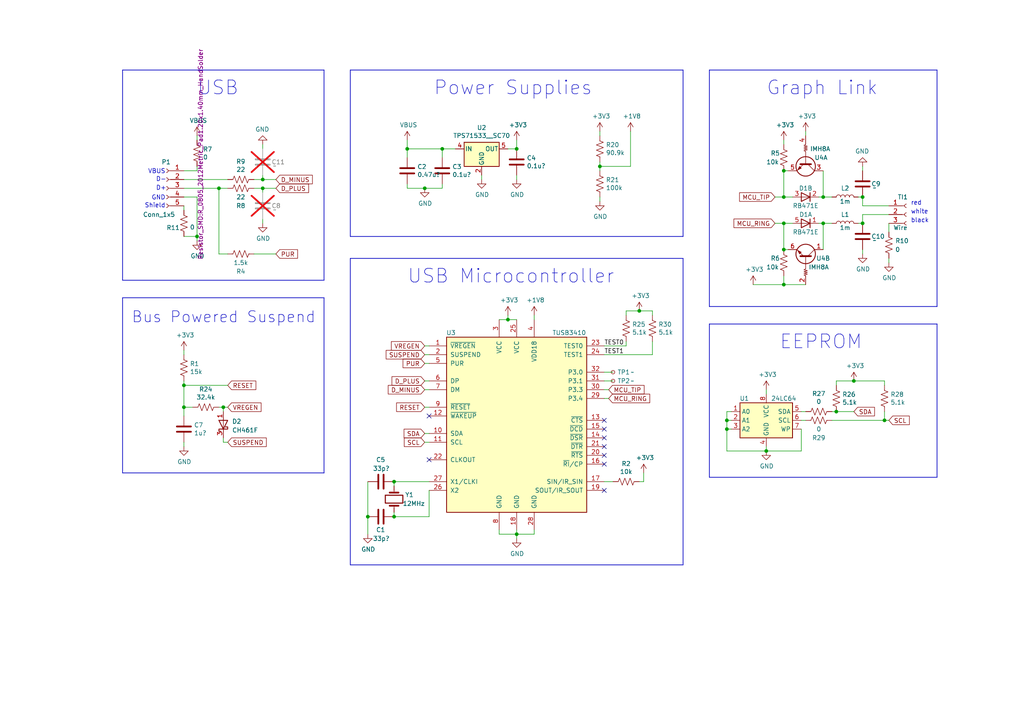
<source format=kicad_sch>
(kicad_sch (version 20230121) (generator eeschema)
  (paper "A4")
  (title_block (title "TI Silver Graph Link \"B\"") (date "2024-Feb-25") (rev "3"))
  (lib_symbols
    (symbol "Connector:Conn_01x03_Female" (pin_names (offset 1.016) hide)
      (property "Reference" "J" (at 0 5.08 0))
      (property "Value" "Connector_Conn_01x03_Female" (at 0 -5.08 0))
      (symbol "Conn_01x03_Female_1_1"
        (arc (start 0 -2.032) (mid -0.5058 -2.54) (end 0 -3.048) (stroke (width 0.1524)))
        (polyline (pts (xy -1.27 -2.54) (xy -0.508 -2.54)) (stroke (width 0.1524)))
        (polyline (pts (xy -1.27 0) (xy -0.508 0)) (stroke (width 0.1524)))
        (polyline (pts (xy -1.27 2.54) (xy -0.508 2.54)) (stroke (width 0.1524)))
        (arc (start 0 0.508) (mid -0.5058 0) (end 0 -0.508) (stroke (width 0.1524)))
        (arc (start 0 3.048) (mid -0.5058 2.54) (end 0 2.032) (stroke (width 0.1524)))
        (pin passive line (at -5.08 2.54 0) (length 3.81) (name "Pin_1") (number "1"))
        (pin passive line (at -5.08 0 0) (length 3.81) (name "Pin_2") (number "2"))
        (pin passive line (at -5.08 -2.54 0) (length 3.81) (name "Pin_3") (number "3"))
      )
    )
    (symbol "Connector:Conn_01x05_Female" (pin_names (offset 1.016) hide)
      (property "Reference" "J" (at 0 7.62 0))
      (property "Value" "Connector_Conn_01x05_Female" (at 0 -7.62 0))
      (symbol "Conn_01x05_Female_1_1"
        (arc (start 0 -4.572) (mid -0.5058 -5.08) (end 0 -5.588) (stroke (width 0.1524)))
        (arc (start 0 -2.032) (mid -0.5058 -2.54) (end 0 -3.048) (stroke (width 0.1524)))
        (polyline (pts (xy -1.27 -5.08) (xy -0.508 -5.08)) (stroke (width 0.1524)))
        (polyline (pts (xy -1.27 -2.54) (xy -0.508 -2.54)) (stroke (width 0.1524)))
        (polyline (pts (xy -1.27 0) (xy -0.508 0)) (stroke (width 0.1524)))
        (polyline (pts (xy -1.27 2.54) (xy -0.508 2.54)) (stroke (width 0.1524)))
        (polyline (pts (xy -1.27 5.08) (xy -0.508 5.08)) (stroke (width 0.1524)))
        (arc (start 0 0.508) (mid -0.5058 0) (end 0 -0.508) (stroke (width 0.1524)))
        (arc (start 0 3.048) (mid -0.5058 2.54) (end 0 2.032) (stroke (width 0.1524)))
        (arc (start 0 5.588) (mid -0.5058 5.08) (end 0 4.572) (stroke (width 0.1524)))
        (pin passive line (at -5.08 5.08 0) (length 3.81) (name "Pin_1") (number "1"))
        (pin passive line (at -5.08 2.54 0) (length 3.81) (name "Pin_2") (number "2"))
        (pin passive line (at -5.08 0 0) (length 3.81) (name "Pin_3") (number "3"))
        (pin passive line (at -5.08 -2.54 0) (length 3.81) (name "Pin_4") (number "4"))
        (pin passive line (at -5.08 -5.08 0) (length 3.81) (name "Pin_5") (number "5"))
      )
    )
    (symbol "Connector:TestPoint_Small" (pin_numbers hide) (pin_names (offset 0.762) hide)
      (property "Reference" "TP" (at 0 3.81 0))
      (property "Value" "TestPoint_Small" (at 0 2.032 0))
      (symbol "TestPoint_Small_0_1"
        (circle (center 0 0) (radius 0.508))
      )
      (symbol "TestPoint_Small_1_1"
        (pin passive line (at 0 0 90) (length 0) (name "1") (number "1"))
      )
    )
    (symbol "Device:C" (pin_numbers hide) (pin_names (offset 0.254))
      (property "Reference" "C" (at 0.635 2.54 0))
      (property "Value" "C" (at 0.635 -2.54 0))
      (symbol "C_0_1"
        (polyline (pts (xy -2.032 -0.762) (xy 2.032 -0.762)) (stroke (width 0.508)))
        (polyline (pts (xy -2.032 0.762) (xy 2.032 0.762)) (stroke (width 0.508)))
      )
      (symbol "C_1_1"
        (pin passive line (at 0 3.81 270) (length 2.794) (name "~") (number "1"))
        (pin passive line (at 0 -3.81 90) (length 2.794) (name "~") (number "2"))
      )
    )
    (symbol "Device:Crystal" (pin_numbers hide) (pin_names (offset 1.016) hide)
      (property "Reference" "Y" (at 0 3.81 0))
      (property "Value" "Crystal" (at 0 -3.81 0))
      (symbol "Crystal_0_1"
        (rectangle (start -1.143 2.54) (end 1.143 -2.54) (stroke (width 0.3048)))
        (polyline (pts (xy -2.54 0) (xy -1.905 0)))
        (polyline (pts (xy -1.905 -1.27) (xy -1.905 1.27)) (stroke (width 0.508)))
        (polyline (pts (xy 1.905 -1.27) (xy 1.905 1.27)) (stroke (width 0.508)))
        (polyline (pts (xy 2.54 0) (xy 1.905 0)))
      )
      (symbol "Crystal_1_1"
        (pin passive line (at -3.81 0 0) (length 1.27) (name "1") (number "1"))
        (pin passive line (at 3.81 0 180) (length 1.27) (name "2") (number "2"))
      )
    )
    (symbol "Device:IMH8A" (pin_names hide)
      (property "Reference" "U" (at 3.81 1.27 0))
      (property "Value" "Device_IMH8A" (at 3.81 -1.27 0))
      (symbol "IMH8A_0_1"
        (polyline (pts (xy -0.762 0) (xy -4.318 0)))
        (polyline (pts (xy -0.635 1.524) (xy -0.635 -1.524)) (stroke (width 0.508)))
        (polyline (pts (xy -6.35 0) (xy -6.096 -0.508) (xy -5.842 0.508) (xy -5.588 -0.508) (xy -5.334 0.508) (xy -5.08 -0.508) (xy -4.826 0.508) (xy -4.572 -0.508) (xy -4.318 0)))
      )
      (symbol "IMH8A_1_1"
        (polyline (pts (xy -0.635 0.635) (xy 1.27 2.54)))
        (polyline (pts (xy -0.635 -0.635) (xy 1.27 -2.54) (xy 1.27 -2.54)))
        (polyline (pts (xy 0 -1.778) (xy 0.508 -1.27) (xy 1.016 -2.286) (xy 0 -1.778) (xy 0 -1.778)) (fill (type outline)))
        (circle (center 0 0) (radius 2.8194) (stroke (width 0.254)))
        (pin passive line (at 1.27 5.08 270) (length 2.54) (name "C1") (number "3"))
        (pin input line (at -8.89 0 0) (length 2.54) (name "B1") (number "4"))
        (pin passive line (at 1.27 -5.08 90) (length 2.54) (name "E1") (number "5"))
      )
      (symbol "IMH8A_2_1"
        (polyline (pts (xy -0.635 0.635) (xy 1.27 2.54)))
        (polyline (pts (xy -0.635 -0.635) (xy 1.27 -2.54) (xy 1.27 -2.54)))
        (polyline (pts (xy 0 -1.778) (xy 0.508 -1.27) (xy 1.016 -2.286) (xy 0 -1.778) (xy 0 -1.778)) (fill (type outline)))
        (circle (center 0 0) (radius 2.8194) (stroke (width 0.254)))
        (pin passive line (at 1.27 5.08 270) (length 2.54) (name "C1") (number "1"))
        (pin input line (at -8.89 0 0) (length 2.54) (name "B1") (number "2"))
        (pin passive line (at 1.27 -5.08 90) (length 2.54) (name "E1") (number "6"))
      )
    )
    (symbol "Device:L" (pin_numbers hide) (pin_names (offset 1.016) hide)
      (property "Reference" "L" (at -1.27 0 90))
      (property "Value" "L" (at 1.905 0 90))
      (symbol "L_0_1"
        (arc (start 0 -2.54) (mid 0.6323 -1.905) (end 0 -1.27))
        (arc (start 0 -1.27) (mid 0.6323 -0.635) (end 0 0))
        (arc (start 0 0) (mid 0.6323 0.635) (end 0 1.27))
        (arc (start 0 1.27) (mid 0.6323 1.905) (end 0 2.54))
      )
      (symbol "L_1_1"
        (pin passive line (at 0 3.81 270) (length 1.27) (name "1") (number "1"))
        (pin passive line (at 0 -3.81 90) (length 1.27) (name "2") (number "2"))
      )
    )
    (symbol "Device:R_US" (pin_numbers hide) (pin_names (offset 0))
      (property "Reference" "R" (at 2.54 0 90))
      (property "Value" "R_US" (at -2.54 0 90))
      (symbol "R_US_0_1"
        (polyline (pts (xy 0 -2.286) (xy 0 -2.54)))
        (polyline (pts (xy 0 2.286) (xy 0 2.54)))
        (polyline (pts (xy 0 -0.762) (xy 1.016 -1.143) (xy 0 -1.524) (xy -1.016 -1.905) (xy 0 -2.286)))
        (polyline (pts (xy 0 0.762) (xy 1.016 0.381) (xy 0 0) (xy -1.016 -0.381) (xy 0 -0.762)))
        (polyline (pts (xy 0 2.286) (xy 1.016 1.905) (xy 0 1.524) (xy -1.016 1.143) (xy 0 0.762)))
      )
      (symbol "R_US_1_1"
        (pin passive line (at 0 3.81 270) (length 1.27) (name "~") (number "1"))
        (pin passive line (at 0 -3.81 90) (length 1.27) (name "~") (number "2"))
      )
    )
    (symbol "Diode:CH461F" (pin_names (offset 1.016) hide)
      (property "Reference" "D" (at 0 2.54 0))
      (property "Value" "CH461F" (at 0 -2.54 0))
      (symbol "CH461F_0_1"
        (polyline (pts (xy 1.27 0) (xy -1.27 0)))
        (polyline (pts (xy 1.27 1.27) (xy 1.27 -1.27) (xy -1.27 0) (xy 1.27 1.27)) (stroke (width 0.254)))
        (polyline (pts (xy -1.905 0.635) (xy -1.905 1.27) (xy -1.27 1.27) (xy -1.27 -1.27) (xy -0.635 -1.27) (xy -0.635 -0.635)) (stroke (width 0.254)))
      )
      (symbol "CH461F_1_1"
        (pin passive line (at 3.81 0 180) (length 2.54) (name "A") (number "1"))
        (pin no_connect line (at 0 0 90) (length 2.54) hide (name "NC") (number "2"))
        (pin passive line (at -3.81 0 0) (length 2.54) (name "K") (number "3"))
      )
    )
    (symbol "Diode:RB417E" (pin_names (offset 1.016))
      (property "Reference" "D" (at 0 0 0))
      (property "Value" "Diode_RB417E" (at 0 0 0))
      (symbol "RB417E_0_1"
        (polyline (pts (xy -1.27 -3.81) (xy -1.27 -1.27)) (stroke (width 0.254)))
        (polyline (pts (xy -1.27 -2.54) (xy 1.27 -2.54)))
        (polyline (pts (xy -1.27 -2.54) (xy 1.27 -3.81) (xy 1.27 -1.27) (xy -1.27 -2.54)) (stroke (width 0.254)))
      )
      (symbol "RB417E_1_1"
        (pin passive line (at -3.81 -2.54 0) (length 2.54) (name "~") (number "1"))
        (pin passive line (at 3.81 -2.54 180) (length 2.54) (name "~") (number "5"))
      )
      (symbol "RB417E_2_1"
        (pin passive line (at -3.81 -2.54 0) (length 2.54) (name "~") (number "2"))
        (pin passive line (at 3.81 -2.54 180) (length 2.54) (name "~") (number "3"))
      )
    )
    (symbol "Interface_USB:TUSB3410" (pin_names (offset 1.016))
      (property "Reference" "U" (at -19.05 26.67 0))
      (property "Value" "Interface_USB_TUSB3410" (at 0 0 0))
      (symbol "TUSB3410_0_1"
        (rectangle (start -20.32 25.4) (end 20.32 -25.4) (stroke (width 0.254)) (fill (type background)))
      )
      (symbol "TUSB3410_1_1"
        (pin input line (at -25.4 22.86 0) (length 5.08) (name "~{VREGEN}") (number "1"))
        (pin bidirectional line (at -25.4 -2.54 0) (length 5.08) (name "SDA") (number "10"))
        (pin bidirectional line (at -25.4 -5.08 0) (length 5.08) (name "SCL") (number "11"))
        (pin input line (at -25.4 2.54 0) (length 5.08) (name "~{WAKEUP}") (number "12"))
        (pin input line (at 25.4 1.27 180) (length 5.08) (name "~{CTS}") (number "13"))
        (pin input line (at 25.4 -3.81 180) (length 5.08) (name "~{DSR}") (number "14"))
        (pin input line (at 25.4 -1.27 180) (length 5.08) (name "~{DCD}") (number "15"))
        (pin input line (at 25.4 -11.43 180) (length 5.08) (name "~{RI}/CP") (number "16"))
        (pin input line (at 25.4 -16.51 180) (length 5.08) (name "SIN/IR_SIN") (number "17"))
        (pin power_in line (at 0 -30.48 90) (length 5.08) (name "GND") (number "18"))
        (pin output line (at 25.4 -19.05 180) (length 5.08) (name "SOUT/IR_SOUT") (number "19"))
        (pin output line (at -25.4 20.32 0) (length 5.08) (name "SUSPEND") (number "2"))
        (pin output line (at 25.4 -8.89 180) (length 5.08) (name "~{RTS}") (number "20"))
        (pin output line (at 25.4 -6.35 180) (length 5.08) (name "~{DTR}") (number "21"))
        (pin output line (at -25.4 -10.16 0) (length 5.08) (name "CLKOUT") (number "22"))
        (pin input line (at 25.4 22.86 180) (length 5.08) (name "TEST0") (number "23"))
        (pin input line (at 25.4 20.32 180) (length 5.08) (name "TEST1") (number "24"))
        (pin power_in line (at 0 30.48 270) (length 5.08) (name "VCC") (number "25"))
        (pin output line (at -25.4 -19.05 0) (length 5.08) (name "X2") (number "26"))
        (pin input line (at -25.4 -16.51 0) (length 5.08) (name "X1/CLKI") (number "27"))
        (pin power_in line (at 5.08 -30.48 90) (length 5.08) (name "GND") (number "28"))
        (pin bidirectional line (at 25.4 7.62 180) (length 5.08) (name "P3.4") (number "29"))
        (pin power_in line (at -5.08 30.48 270) (length 5.08) (name "VCC") (number "3"))
        (pin bidirectional line (at 25.4 10.16 180) (length 5.08) (name "P3.3") (number "30"))
        (pin bidirectional line (at 25.4 12.7 180) (length 5.08) (name "P3.1") (number "31"))
        (pin bidirectional line (at 25.4 15.24 180) (length 5.08) (name "P3.0") (number "32"))
        (pin power_in line (at 5.08 30.48 270) (length 5.08) (name "VDD18") (number "4"))
        (pin output line (at -25.4 17.78 0) (length 5.08) (name "PUR") (number "5"))
        (pin bidirectional line (at -25.4 12.7 0) (length 5.08) (name "DP") (number "6"))
        (pin bidirectional line (at -25.4 10.16 0) (length 5.08) (name "DM") (number "7"))
        (pin power_in line (at -5.08 -30.48 90) (length 5.08) (name "GND") (number "8"))
        (pin input line (at -25.4 5.08 0) (length 5.08) (name "~{RESET}") (number "9"))
      )
    )
    (symbol "Memory_EEPROM:24LC64"
      (property "Reference" "U" (at -6.35 6.35 0))
      (property "Value" "24LC64" (at 1.27 6.35 0))
      (symbol "24LC64_1_1"
        (rectangle (start -7.62 5.08) (end 7.62 -5.08) (stroke (width 0.254)) (fill (type background)))
        (pin input line (at -10.16 2.54 0) (length 2.54) (name "A0") (number "1"))
        (pin input line (at -10.16 0 0) (length 2.54) (name "A1") (number "2"))
        (pin input line (at -10.16 -2.54 0) (length 2.54) (name "A2") (number "3"))
        (pin power_in line (at 0 -7.62 90) (length 2.54) (name "GND") (number "4"))
        (pin bidirectional line (at 10.16 2.54 180) (length 2.54) (name "SDA") (number "5"))
        (pin input line (at 10.16 0 180) (length 2.54) (name "SCL") (number "6"))
        (pin input line (at 10.16 -2.54 180) (length 2.54) (name "WP") (number "7"))
        (pin power_in line (at 0 7.62 270) (length 2.54) (name "VCC") (number "8"))
      )
    )
    (symbol "Regulator_Linear:TPS71533__SC70" (pin_names (offset 0.254))
      (property "Reference" "U" (at -3.81 3.175 0))
      (property "Value" "TPS71533__SC70" (at 0 3.175 0))
      (symbol "TPS71533__SC70_0_1"
        (rectangle (start -5.08 1.905) (end 5.08 -5.08) (stroke (width 0.254)) (fill (type background)))
      )
      (symbol "TPS71533__SC70_1_1"
        (pin no_connect line (at 5.08 -2.54 180) (length 2.54) hide (name "NC") (number "1"))
        (pin power_in line (at 0 -7.62 90) (length 2.54) (name "GND") (number "2"))
        (pin no_connect line (at -5.08 -2.54 0) (length 2.54) hide (name "NC") (number "3"))
        (pin power_in line (at -7.62 0 0) (length 2.54) (name "IN") (number "4"))
        (pin power_out line (at 7.62 0 180) (length 2.54) (name "OUT") (number "5"))
      )
    )
    (symbol "power:+1V8" (power) (pin_names (offset 0))
      (property "Value" "+1V8" (at 0 3.556 0))
      (symbol "+1V8_0_1"
        (polyline (pts (xy -0.762 1.27) (xy 0 2.54)))
        (polyline (pts (xy 0 0) (xy 0 2.54)))
        (polyline (pts (xy 0 2.54) (xy 0.762 1.27)))
      )
      (symbol "+1V8_1_1"
        (pin power_in line (at 0 0 90) (length 0) hide (name "+1V8") (number "1"))
      )
    )
    (symbol "power:+3V3" (power) (pin_names (offset 0))
      (property "Value" "+3V3" (at 0 3.556 0))
      (symbol "+3V3_0_1"
        (polyline (pts (xy -0.762 1.27) (xy 0 2.54)))
        (polyline (pts (xy 0 0) (xy 0 2.54)))
        (polyline (pts (xy 0 2.54) (xy 0.762 1.27)))
      )
      (symbol "+3V3_1_1"
        (pin power_in line (at 0 0 90) (length 0) hide (name "+3V3") (number "1"))
      )
    )
    (symbol "power:GND" (power) (pin_names (offset 0))
      (property "Value" "GND" (at 0 -3.81 0))
      (symbol "GND_0_1"
        (polyline (pts (xy 0 0) (xy 0 -1.27) (xy 1.27 -1.27) (xy 0 -2.54) (xy -1.27 -1.27) (xy 0 -1.27)))
      )
      (symbol "GND_1_1"
        (pin power_in line (at 0 0 270) (length 0) hide (name "GND") (number "1"))
      )
    )
    (symbol "power:VBUS" (power) (pin_names (offset 0))
      (property "Value" "VBUS" (at 0 3.81 0))
      (symbol "VBUS_0_1"
        (polyline (pts (xy -0.762 1.27) (xy 0 2.54)))
        (polyline (pts (xy 0 0) (xy 0 2.54)))
        (polyline (pts (xy 0 2.54) (xy 0.762 1.27)))
      )
      (symbol "VBUS_1_1"
        (pin power_in line (at 0 0 90) (length 0) hide (name "VBUS") (number "1"))
      )
    )
  )
  (junction (at 123.19 54.61))
  (junction (at 128.27 43.18))
  (junction (at 210.82 121.92))
  (junction (at 227.33 49.53))
  (junction (at 210.82 124.46))
  (junction (at 114.3 139.7))
  (junction (at 76.2 52.07))
  (junction (at 63.5 54.61))
  (junction (at 256.54 121.92))
  (junction (at 53.34 111.76))
  (junction (at 106.68 149.86))
  (junction (at 53.34 118.11))
  (junction (at 247.65 110.49))
  (junction (at 227.33 64.77))
  (junction (at 76.2 54.61))
  (junction (at 149.86 154.94))
  (junction (at 64.77 118.11))
  (junction (at 149.86 43.18))
  (junction (at 173.99 48.26))
  (junction (at 57.15 68.58))
  (junction (at 222.25 130.81))
  (junction (at 250.19 64.77))
  (junction (at 147.32 92.71))
  (junction (at 250.19 57.15))
  (junction (at 185.42 90.17))
  (junction (at 238.76 57.15))
  (junction (at 118.11 43.18))
  (junction (at 242.57 119.38))
  (junction (at 227.33 72.39))
  (junction (at 227.33 57.15))
  (junction (at 114.3 149.86))
  (junction (at 238.76 64.77))
  (junction (at 227.33 82.55))
  (no_connect (at 175.26 142.24))
  (no_connect (at 175.26 132.08))
  (no_connect (at 124.46 120.65))
  (no_connect (at 175.26 124.46))
  (no_connect (at 175.26 134.62))
  (no_connect (at 175.26 121.92))
  (no_connect (at 124.46 133.35))
  (no_connect (at 175.26 129.54))
  (no_connect (at 175.26 127))
  (wire (pts (xy 257.81 59.69) (xy 250.19 59.69)))
  (wire (pts (xy 114.3 140.97) (xy 114.3 139.7)))
  (wire (pts (xy 63.5 54.61) (xy 66.04 54.61)))
  (wire (pts (xy 185.42 90.17) (xy 189.23 90.17)))
  (wire (pts (xy 128.27 45.72) (xy 128.27 43.18)))
  (wire (pts (xy 123.19 100.33) (xy 124.46 100.33)))
  (wire (pts (xy 181.61 91.44) (xy 181.61 90.17)))
  (wire (pts (xy 227.33 49.53) (xy 227.33 57.15)))
  (wire (pts (xy 257.81 64.77) (xy 257.81 67.31)))
  (wire (pts (xy 232.41 130.81) (xy 232.41 124.46)))
  (wire (pts (xy 53.34 68.58) (xy 57.15 68.58)))
  (polyline (pts (xy 101.6 74.93) (xy 198.12 74.93)) (stroke (width 0.2032) (type solid)))
  (wire (pts (xy 241.3 119.38) (xy 242.57 119.38)))
  (wire (pts (xy 118.11 43.18) (xy 118.11 45.72)))
  (polyline (pts (xy 271.78 138.43) (xy 271.78 93.98)) (stroke (width 0.2032) (type solid)))
  (wire (pts (xy 123.19 113.03) (xy 124.46 113.03)))
  (wire (pts (xy 257.81 74.93) (xy 257.81 76.2)))
  (wire (pts (xy 210.82 130.81) (xy 222.25 130.81)))
  (wire (pts (xy 73.66 54.61) (xy 76.2 54.61)))
  (wire (pts (xy 66.04 111.76) (xy 53.34 111.76)))
  (wire (pts (xy 147.32 43.18) (xy 149.86 43.18)))
  (wire (pts (xy 123.19 128.27) (xy 124.46 128.27)))
  (wire (pts (xy 256.54 121.92) (xy 257.81 121.92)))
  (wire (pts (xy 185.42 139.7) (xy 186.69 139.7)))
  (wire (pts (xy 53.34 57.15) (xy 57.15 57.15)))
  (wire (pts (xy 250.19 57.15) (xy 248.92 57.15)))
  (polyline (pts (xy 35.56 137.16) (xy 93.98 137.16)) (stroke (width 0.2032) (type solid)))
  (wire (pts (xy 114.3 149.86) (xy 114.3 148.59)))
  (wire (pts (xy 237.49 57.15) (xy 238.76 57.15)))
  (wire (pts (xy 250.19 62.23) (xy 250.19 64.77)))
  (wire (pts (xy 241.3 57.15) (xy 238.76 57.15)))
  (wire (pts (xy 173.99 48.26) (xy 173.99 49.53)))
  (wire (pts (xy 123.19 105.41) (xy 124.46 105.41)))
  (wire (pts (xy 154.94 154.94) (xy 154.94 153.67)))
  (wire (pts (xy 186.69 139.7) (xy 186.69 137.16)))
  (wire (pts (xy 212.09 124.46) (xy 210.82 124.46)))
  (wire (pts (xy 64.77 128.27) (xy 64.77 127)))
  (polyline (pts (xy 35.56 86.36) (xy 93.98 86.36)) (stroke (width 0.2032) (type solid)))
  (wire (pts (xy 149.86 154.94) (xy 149.86 156.21)))
  (wire (pts (xy 76.2 63.5) (xy 76.2 64.77)))
  (wire (pts (xy 227.33 41.91) (xy 227.33 40.64)))
  (wire (pts (xy 224.79 64.77) (xy 227.33 64.77)))
  (wire (pts (xy 76.2 50.8) (xy 76.2 52.07)))
  (wire (pts (xy 118.11 53.34) (xy 118.11 54.61)))
  (wire (pts (xy 242.57 119.38) (xy 247.65 119.38)))
  (wire (pts (xy 154.94 92.71) (xy 154.94 91.44)))
  (wire (pts (xy 123.19 54.61) (xy 128.27 54.61)))
  (wire (pts (xy 76.2 54.61) (xy 80.01 54.61)))
  (wire (pts (xy 242.57 111.76) (xy 242.57 110.49)))
  (polyline (pts (xy 93.98 81.28) (xy 93.98 20.32)) (stroke (width 0.2032) (type solid)))
  (wire (pts (xy 66.04 73.66) (xy 63.5 73.66)))
  (wire (pts (xy 106.68 139.7) (xy 106.68 149.86)))
  (wire (pts (xy 128.27 43.18) (xy 132.08 43.18)))
  (wire (pts (xy 53.34 120.65) (xy 53.34 118.11)))
  (polyline (pts (xy 205.74 20.32) (xy 205.74 88.9)) (stroke (width 0.2032) (type solid)))
  (wire (pts (xy 123.19 125.73) (xy 124.46 125.73)))
  (polyline (pts (xy 101.6 68.58) (xy 198.12 68.58)) (stroke (width 0.2032) (type solid)))
  (wire (pts (xy 53.34 111.76) (xy 53.34 118.11)))
  (polyline (pts (xy 93.98 86.36) (xy 93.98 137.16)) (stroke (width 0.2032) (type solid)))
  (wire (pts (xy 64.77 119.38) (xy 64.77 118.11)))
  (wire (pts (xy 175.26 115.57) (xy 176.53 115.57)))
  (wire (pts (xy 250.19 62.23) (xy 257.81 62.23)))
  (wire (pts (xy 185.42 90.17) (xy 181.61 90.17)))
  (wire (pts (xy 189.23 102.87) (xy 189.23 99.06)))
  (polyline (pts (xy 205.74 138.43) (xy 271.78 138.43)) (stroke (width 0.2032) (type solid)))
  (wire (pts (xy 189.23 90.17) (xy 189.23 91.44)))
  (wire (pts (xy 144.78 92.71) (xy 147.32 92.71)))
  (wire (pts (xy 144.78 153.67) (xy 144.78 154.94)))
  (wire (pts (xy 212.09 121.92) (xy 210.82 121.92)))
  (polyline (pts (xy 35.56 137.16) (xy 35.56 86.36)) (stroke (width 0.2032) (type solid)))
  (wire (pts (xy 76.2 52.07) (xy 80.01 52.07)))
  (wire (pts (xy 256.54 111.76) (xy 256.54 110.49)))
  (wire (pts (xy 232.41 119.38) (xy 233.68 119.38)))
  (wire (pts (xy 124.46 142.24) (xy 124.46 149.86)))
  (wire (pts (xy 237.49 64.77) (xy 238.76 64.77)))
  (wire (pts (xy 250.19 49.53) (xy 250.19 48.26)))
  (wire (pts (xy 227.33 80.01) (xy 227.33 82.55)))
  (polyline (pts (xy 198.12 74.93) (xy 198.12 163.83)) (stroke (width 0.2032) (type solid)))
  (wire (pts (xy 124.46 102.87) (xy 123.19 102.87)))
  (wire (pts (xy 175.26 110.49) (xy 177.8 110.49)))
  (wire (pts (xy 250.19 72.39) (xy 250.19 73.66)))
  (polyline (pts (xy 271.78 20.32) (xy 205.74 20.32)) (stroke (width 0.2032) (type solid)))
  (polyline (pts (xy 198.12 20.32) (xy 198.12 68.58)) (stroke (width 0.2032) (type solid)))
  (wire (pts (xy 57.15 40.64) (xy 57.15 39.37)))
  (wire (pts (xy 256.54 121.92) (xy 256.54 119.38)))
  (wire (pts (xy 149.86 153.67) (xy 149.86 154.94)))
  (wire (pts (xy 149.86 154.94) (xy 154.94 154.94)))
  (wire (pts (xy 73.66 52.07) (xy 76.2 52.07)))
  (wire (pts (xy 218.44 82.55) (xy 227.33 82.55)))
  (wire (pts (xy 248.92 64.77) (xy 250.19 64.77)))
  (polyline (pts (xy 198.12 163.83) (xy 101.6 163.83)) (stroke (width 0.2032) (type solid)))
  (wire (pts (xy 173.99 48.26) (xy 182.88 48.26)))
  (wire (pts (xy 76.2 54.61) (xy 76.2 55.88)))
  (wire (pts (xy 66.04 118.11) (xy 64.77 118.11)))
  (wire (pts (xy 224.79 57.15) (xy 227.33 57.15)))
  (wire (pts (xy 242.57 110.49) (xy 247.65 110.49)))
  (wire (pts (xy 177.8 107.95) (xy 175.26 107.95)))
  (wire (pts (xy 175.26 102.87) (xy 189.23 102.87)))
  (wire (pts (xy 182.88 48.26) (xy 182.88 38.1)))
  (wire (pts (xy 57.15 68.58) (xy 57.15 69.85)))
  (wire (pts (xy 228.6 49.53) (xy 227.33 49.53)))
  (wire (pts (xy 64.77 118.11) (xy 63.5 118.11)))
  (wire (pts (xy 106.68 149.86) (xy 106.68 154.94)))
  (wire (pts (xy 241.3 121.92) (xy 256.54 121.92)))
  (wire (pts (xy 53.34 49.53) (xy 57.15 49.53)))
  (wire (pts (xy 53.34 102.87) (xy 53.34 101.6)))
  (wire (pts (xy 228.6 72.39) (xy 227.33 72.39)))
  (wire (pts (xy 55.88 118.11) (xy 53.34 118.11)))
  (wire (pts (xy 76.2 41.91) (xy 76.2 43.18)))
  (polyline (pts (xy 271.78 93.98) (xy 205.74 93.98)) (stroke (width 0.2032) (type solid)))
  (wire (pts (xy 149.86 52.07) (xy 149.86 50.8)))
  (polyline (pts (xy 205.74 93.98) (xy 205.74 138.43)) (stroke (width 0.2032) (type solid)))
  (wire (pts (xy 53.34 54.61) (xy 63.5 54.61)))
  (wire (pts (xy 238.76 72.39) (xy 238.76 64.77)))
  (wire (pts (xy 123.19 110.49) (xy 124.46 110.49)))
  (wire (pts (xy 173.99 46.99) (xy 173.99 48.26)))
  (wire (pts (xy 124.46 139.7) (xy 114.3 139.7)))
  (polyline (pts (xy 271.78 20.32) (xy 271.78 88.9)) (stroke (width 0.2032) (type solid)))
  (wire (pts (xy 227.33 64.77) (xy 229.87 64.77)))
  (wire (pts (xy 53.34 60.96) (xy 53.34 59.69)))
  (wire (pts (xy 53.34 128.27) (xy 53.34 129.54)))
  (wire (pts (xy 181.61 100.33) (xy 181.61 99.06)))
  (wire (pts (xy 147.32 92.71) (xy 149.86 92.71)))
  (wire (pts (xy 233.68 38.1) (xy 233.68 39.37)))
  (polyline (pts (xy 93.98 20.32) (xy 35.56 20.32)) (stroke (width 0.2032) (type solid)))
  (wire (pts (xy 57.15 68.58) (xy 57.15 57.15)))
  (wire (pts (xy 118.11 54.61) (xy 123.19 54.61)))
  (polyline (pts (xy 101.6 163.83) (xy 101.6 74.93)) (stroke (width 0.2032) (type solid)))
  (wire (pts (xy 147.32 92.71) (xy 147.32 91.44)))
  (wire (pts (xy 173.99 39.37) (xy 173.99 38.1)))
  (wire (pts (xy 63.5 54.61) (xy 63.5 73.66)))
  (wire (pts (xy 222.25 130.81) (xy 232.41 130.81)))
  (wire (pts (xy 139.7 50.8) (xy 139.7 52.07)))
  (wire (pts (xy 238.76 64.77) (xy 241.3 64.77)))
  (wire (pts (xy 227.33 82.55) (xy 233.68 82.55)))
  (wire (pts (xy 173.99 58.42) (xy 173.99 57.15)))
  (wire (pts (xy 212.09 119.38) (xy 210.82 119.38)))
  (wire (pts (xy 210.82 119.38) (xy 210.82 121.92)))
  (wire (pts (xy 175.26 100.33) (xy 181.61 100.33)))
  (wire (pts (xy 222.25 130.81) (xy 222.25 129.54)))
  (wire (pts (xy 175.26 113.03) (xy 176.53 113.03)))
  (wire (pts (xy 66.04 128.27) (xy 64.77 128.27)))
  (wire (pts (xy 210.82 121.92) (xy 210.82 124.46)))
  (wire (pts (xy 250.19 59.69) (xy 250.19 57.15)))
  (wire (pts (xy 175.26 139.7) (xy 177.8 139.7)))
  (wire (pts (xy 247.65 110.49) (xy 256.54 110.49)))
  (wire (pts (xy 222.25 114.3) (xy 222.25 113.03)))
  (wire (pts (xy 53.34 110.49) (xy 53.34 111.76)))
  (polyline (pts (xy 35.56 81.28) (xy 93.98 81.28)) (stroke (width 0.2032) (type solid)))
  (wire (pts (xy 114.3 149.86) (xy 124.46 149.86)))
  (wire (pts (xy 232.41 121.92) (xy 233.68 121.92)))
  (wire (pts (xy 123.19 118.11) (xy 124.46 118.11)))
  (wire (pts (xy 128.27 54.61) (xy 128.27 53.34)))
  (wire (pts (xy 227.33 57.15) (xy 229.87 57.15)))
  (wire (pts (xy 118.11 40.64) (xy 118.11 43.18)))
  (polyline (pts (xy 101.6 20.32) (xy 198.12 20.32)) (stroke (width 0.2032) (type solid)))
  (wire (pts (xy 53.34 52.07) (xy 66.04 52.07)))
  (polyline (pts (xy 101.6 20.32) (xy 101.6 68.58)) (stroke (width 0.2032) (type solid)))
  (wire (pts (xy 238.76 49.53) (xy 238.76 57.15)))
  (wire (pts (xy 149.86 43.18) (xy 149.86 40.64)))
  (polyline (pts (xy 35.56 20.32) (xy 35.56 81.28)) (stroke (width 0.2032) (type solid)))
  (wire (pts (xy 144.78 154.94) (xy 149.86 154.94)))
  (wire (pts (xy 128.27 43.18) (xy 118.11 43.18)))
  (wire (pts (xy 73.66 73.66) (xy 80.01 73.66)))
  (polyline (pts (xy 271.78 88.9) (xy 205.74 88.9)) (stroke (width 0.2032) (type solid)))
  (wire (pts (xy 210.82 124.46) (xy 210.82 130.81)))
  (wire (pts (xy 57.15 48.26) (xy 57.15 49.53)))
  (wire (pts (xy 227.33 72.39) (xy 227.33 64.77)))
  (text "red" (at 264.16 59.69 0) (effects (font (size 1.27 1.27)) (justify left bottom)))
  (text "Bus Powered Suspend" (at 38.1 93.98 0) (effects (font (size 3.2004 3.2004)) (justify left bottom)))
  (text "GND" (at 48.006 58.166 0) (effects (font (size 1.27 1.27)) (justify right bottom)))
  (text "white" (at 264.16 62.23 0) (effects (font (size 1.27 1.27)) (justify left bottom)))
  (text "USB Microcontroller\n" (at 118.11 82.55 0) (effects (font (size 3.9878 3.9878)) (justify left bottom)))
  (text "D+" (at 45.212 55.372 0) (effects (font (size 1.27 1.27)) (justify left bottom)))
  (text "Shield" (at 48.006 60.452 0) (effects (font (size 1.27 1.27)) (justify right bottom)))
  (text "VBUS" (at 48.006 50.546 0) (effects (font (size 1.27 1.27)) (justify right bottom)))
  (text "black" (at 264.16 64.77 0) (effects (font (size 1.27 1.27)) (justify left bottom)))
  (text "Graph Link\n" (at 222.25 27.94 0) (effects (font (size 3.9878 3.9878)) (justify left bottom)))
  (text "USB" (at 57.15 27.94 0) (effects (font (size 3.9878 3.9878)) (justify left bottom)))
  (text "D-" (at 45.212 52.832 0) (effects (font (size 1.27 1.27)) (justify left bottom)))
  (text "EEPROM" (at 226.06 101.6 0) (effects (font (size 3.9878 3.9878)) (justify left bottom)))
  (text "Power Supplies" (at 125.73 27.94 0) (effects (font (size 3.9878 3.9878)) (justify left bottom)))
  (label "TEST1" (at 175.26 102.87 0))
  (label "TEST0" (at 175.26 100.33 0))
  (global_label "PUR" (shape input) (at 80.01 73.66 0) (property "Intersheetrefs" "${INTERSHEET_REFS}" (effects hide)))
  (global_label "SDA" (shape input) (at 247.65 119.38 0) (property "Intersheetrefs" "${INTERSHEET_REFS}" (effects hide)))
  (global_label "MCU_RING" (shape input) (at 176.53 115.57 0) (property "Intersheetrefs" "${INTERSHEET_REFS}" (effects hide)))
  (global_label "D_MINUS" (shape input) (at 123.19 113.03 180) (property "Intersheetrefs" "${INTERSHEET_REFS}" (effects hide)))
  (global_label "D_MINUS" (shape input) (at 80.01 52.07 0) (property "Intersheetrefs" "${INTERSHEET_REFS}" (effects hide)))
  (global_label "D_PLUS" (shape input) (at 80.01 54.61 0) (property "Intersheetrefs" "${INTERSHEET_REFS}" (effects hide)))
  (global_label "SCL" (shape input) (at 123.19 128.27 180) (property "Intersheetrefs" "${INTERSHEET_REFS}" (effects hide)))
  (global_label "MCU_TIP" (shape input) (at 224.79 57.15 180) (property "Intersheetrefs" "${INTERSHEET_REFS}" (effects hide)))
  (global_label "SCL" (shape input) (at 257.81 121.92 0) (property "Intersheetrefs" "${INTERSHEET_REFS}" (effects hide)))
  (global_label "VREGEN" (shape input) (at 66.04 118.11 0) (property "Intersheetrefs" "${INTERSHEET_REFS}" (effects hide)))
  (global_label "MCU_TIP" (shape input) (at 176.53 113.03 0) (property "Intersheetrefs" "${INTERSHEET_REFS}" (effects hide)))
  (global_label "SUSPEND" (shape input) (at 123.19 102.87 180) (property "Intersheetrefs" "${INTERSHEET_REFS}" (effects hide)))
  (global_label "VREGEN" (shape input) (at 123.19 100.33 180) (property "Intersheetrefs" "${INTERSHEET_REFS}" (effects hide)))
  (global_label "SUSPEND" (shape input) (at 66.04 128.27 0) (property "Intersheetrefs" "${INTERSHEET_REFS}" (effects hide)))
  (global_label "RESET" (shape input) (at 123.19 118.11 180) (property "Intersheetrefs" "${INTERSHEET_REFS}" (effects hide)))
  (global_label "MCU_RING" (shape input) (at 224.79 64.77 180) (property "Intersheetrefs" "${INTERSHEET_REFS}" (effects hide)))
  (global_label "SDA" (shape input) (at 123.19 125.73 180) (property "Intersheetrefs" "${INTERSHEET_REFS}" (effects hide)))
  (global_label "PUR" (shape input) (at 123.19 105.41 180) (property "Intersheetrefs" "${INTERSHEET_REFS}" (effects hide)))
  (global_label "RESET" (shape input) (at 66.04 111.76 0) (property "Intersheetrefs" "${INTERSHEET_REFS}" (effects hide)))
  (global_label "D_PLUS" (shape input) (at 123.19 110.49 180) (property "Intersheetrefs" "${INTERSHEET_REFS}" (effects hide)))
  (symbol (lib_id "Connector:Conn_01x05_Female") (at 48.26 54.61 0) (mirror y) (unit 1)
    (property "Reference" "P1" (at 49.53 46.99 0) (effects (justify left)))
    (property "Value" "Conn_1x5" (at 50.8 62.23 0) (effects (justify left)))
    (property "Footprint" "Connector_PinHeader_2.54mm:PinHeader_1x05_P2.54mm_Vertical" (effects hide))
  )
  (symbol (lib_id "Device:R_US") (at 57.15 44.45 0) (unit 1)
    (property "Reference" "R7" (at 58.8772 43.2816 0) (effects (justify left)))
    (property "Value" "0" (at 58.8772 45.593 0) (effects (justify left)))
    (property "Footprint" "Resistor_SMD:R_0805_2012Metric_Pad1.20x1.40mm_HandSolder" (at 58.166 44.704 90))
  )
  (symbol (lib_id "Device:IMH8A") (at 233.68 48.26 270) (unit 1)
    (property "Reference" "U4" (at 236.22 45.72 90) (effects (justify left)))
    (property "Value" "IMH8A" (at 234.95 43.18 90) (effects (justify left)))
    (property "Footprint" "Package_TO_SOT_SMD:SOT-457" (effects hide))
  )
  (symbol (lib_id "Device:IMH8A") (at 233.68 73.66 270) (mirror x) (unit 2)
    (property "Reference" "U4" (at 238.76 74.93 90))
    (property "Value" "IMH8A" (at 237.49 77.47 90))
    (property "Footprint" "Package_TO_SOT_SMD:SOT-457" (effects hide))
  )
  (symbol (lib_id "power:GND") (at 123.19 54.61 0) (unit 1)
    (property "Reference" "#PWR0104" (effects hide))
    (property "Value" "GND" (at 123.317 59.0042 0))
  )
  (symbol (lib_id "Device:C") (at 118.11 49.53 0) (unit 1)
    (property "Reference" "C2" (at 121.031 48.3616 0) (effects (justify left)))
    (property "Value" "0.47u?" (at 121.031 50.673 0) (effects (justify left)))
    (property "Footprint" "Capacitor_SMD:C_0805_2012Metric_Pad1.18x1.45mm_HandSolder" (effects hide))
  )
  (symbol (lib_id "Device:C") (at 128.27 49.53 0) (unit 1)
    (property "Reference" "C3" (at 131.191 48.3616 0) (effects (justify left)))
    (property "Value" "0.1u?" (at 131.191 50.673 0) (effects (justify left)))
    (property "Footprint" "Capacitor_SMD:C_0805_2012Metric_Pad1.18x1.45mm_HandSolder" (effects hide))
  )
  (symbol (lib_id "Device:R_US") (at 69.85 52.07 270) (unit 1)
    (property "Reference" "R9" (at 69.85 46.863 90))
    (property "Value" "22" (at 69.85 49.1744 90))
    (property "Footprint" "Resistor_SMD:R_0805_2012Metric_Pad1.20x1.40mm_HandSolder" (effects hide))
  )
  (symbol (lib_id "Device:R_US") (at 69.85 54.61 270) (unit 1)
    (property "Reference" "R8" (at 69.85 59.69 90))
    (property "Value" "22" (at 69.85 57.15 90))
    (property "Footprint" "Resistor_SMD:R_0805_2012Metric_Pad1.20x1.40mm_HandSolder" (effects hide))
  )
  (symbol (lib_id "Device:C") (at 149.86 46.99 0) (unit 1)
    (property "Reference" "C4" (at 152.781 45.8216 0) (effects (justify left)))
    (property "Value" "0.1u?" (at 152.781 48.133 0) (effects (justify left)))
    (property "Footprint" "Capacitor_SMD:C_0805_2012Metric_Pad1.18x1.45mm_HandSolder" (effects hide))
  )
  (symbol (lib_id "power:GND") (at 149.86 52.07 0) (unit 1)
    (property "Reference" "#PWR0105" (effects hide))
    (property "Value" "GND" (at 149.987 56.4642 0))
  )
  (symbol (lib_id "power:GND") (at 139.7 52.07 0) (unit 1)
    (property "Reference" "#PWR0106" (effects hide))
    (property "Value" "GND" (at 139.827 56.4642 0))
  )
  (symbol (lib_id "power:+3V3") (at 149.86 40.64 0) (unit 1)
    (property "Reference" "#PWR0108" (effects hide))
    (property "Value" "+3V3" (at 150.241 36.2458 0))
  )
  (symbol (lib_id "Device:Crystal") (at 114.3 144.78 90) (unit 1)
    (property "Reference" "Y1" (at 118.745 143.51 90))
    (property "Value" "12MHz" (at 120.015 146.05 90))
    (property "Footprint" "Crystal:Crystal_SMD_HC49-SD" (effects hide))
  )
  (symbol (lib_id "power:GND") (at 57.15 69.85 0) (unit 1)
    (property "Reference" "#PWR0121" (effects hide))
    (property "Value" "GND" (at 57.277 74.2442 0))
  )
  (symbol (lib_id "Device:R_US") (at 53.34 64.77 0) (unit 1)
    (property "Reference" "R11" (at 48.26 66.04 0) (effects (justify left)))
    (property "Value" "0" (at 55.0672 65.913 0) (effects (justify left)))
    (property "Footprint" "Resistor_SMD:R_0805_2012Metric_Pad1.20x1.40mm_HandSolder" (effects hide))
  )
  (symbol (lib_id "Device:R_US") (at 69.85 73.66 270) (unit 1)
    (property "Reference" "R4" (at 69.85 78.74 90))
    (property "Value" "1.5k" (at 69.85 76.2 90))
    (property "Footprint" "Resistor_SMD:R_0805_2012Metric_Pad1.20x1.40mm_HandSolder" (effects hide))
  )
  (symbol (lib_id "Interface_USB:TUSB3410") (at 149.86 123.19 0) (unit 1)
    (property "Reference" "U3" (at 130.81 96.52 0))
    (property "Value" "TUSB3410" (at 165.1 96.52 0))
    (property "Footprint" "Package_QFP:LQFP-32_7x7mm_P0.8mm" (effects hide))
    (property "Datasheet" "https://www.ti.com/lit/gpn/tusb3410" (effects hide))
  )
  (symbol (lib_id "Device:C") (at 110.49 139.7 90) (unit 1)
    (property "Reference" "C5" (at 111.76 133.35 90) (effects (justify left)))
    (property "Value" "33p?" (at 113.03 135.89 90) (effects (justify left)))
    (property "Footprint" "Capacitor_SMD:C_0805_2012Metric_Pad1.18x1.45mm_HandSolder" (effects hide))
  )
  (symbol (lib_id "Device:C") (at 110.49 149.86 90) (unit 1)
    (property "Reference" "C1" (at 111.76 153.67 90) (effects (justify left)))
    (property "Value" "33p?" (at 113.03 156.21 90) (effects (justify left)))
    (property "Footprint" "Capacitor_SMD:C_0805_2012Metric_Pad1.18x1.45mm_HandSolder" (effects hide))
  )
  (symbol (lib_id "Diode:RB417E") (at 233.68 67.31 180) (unit 1)
    (property "Reference" "D1" (at 233.68 62.23 0))
    (property "Value" "RB471E" (at 233.68 67.31 0))
    (property "Footprint" "Package_TO_SOT_SMD:SOT-753" (effects hide))
  )
  (symbol (lib_id "Diode:RB417E") (at 233.68 59.69 180) (unit 2)
    (property "Reference" "D1" (at 233.68 54.61 0))
    (property "Value" "RB471E" (at 233.68 59.69 0))
    (property "Footprint" "Package_TO_SOT_SMD:SOT-753" (effects hide))
  )
  (symbol (lib_id "Device:R_US") (at 53.34 106.68 0) (unit 1)
    (property "Reference" "R1" (at 55.0672 105.5116 0) (effects (justify left)))
    (property "Value" "15k" (at 55.0672 107.823 0) (effects (justify left)))
    (property "Footprint" "Resistor_SMD:R_0805_2012Metric_Pad1.20x1.40mm_HandSolder" (effects hide))
  )
  (symbol (lib_id "Device:R_US") (at 59.69 118.11 270) (unit 1)
    (property "Reference" "R24" (at 59.69 112.903 90))
    (property "Value" "32.4k" (at 59.69 115.2144 90))
    (property "Footprint" "Resistor_SMD:R_0805_2012Metric_Pad1.20x1.40mm_HandSolder" (effects hide))
  )
  (symbol (lib_id "Device:C") (at 53.34 124.46 0) (unit 1)
    (property "Reference" "C7" (at 56.261 123.2916 0) (effects (justify left)))
    (property "Value" "1u?" (at 56.261 125.603 0) (effects (justify left)))
    (property "Footprint" "Capacitor_SMD:C_0805_2012Metric_Pad1.18x1.45mm_HandSolder" (effects hide))
  )
  (symbol (lib_id "power:GND") (at 53.34 129.54 0) (unit 1)
    (property "Reference" "#PWR0127" (effects hide))
    (property "Value" "GND" (at 53.467 133.9342 0))
  )
  (symbol (lib_id "Connector:Conn_01x03_Female") (at 262.89 62.23 0) (unit 1)
    (property "Reference" "TI1" (at 260.35 57.15 0) (effects (justify left)))
    (property "Value" "Wire" (at 259.08 66.04 0) (effects (justify left)))
    (property "Footprint" "Connector_PinHeader_2.54mm:PinHeader_1x03_P2.54mm_Vertical" (effects hide))
  )
  (symbol (lib_id "Device:C") (at 250.19 53.34 0) (unit 1)
    (property "Reference" "C9" (at 252.73 53.34 0) (effects (justify left)))
    (property "Value" "~" (at 253.111 54.483 0) (effects (justify left)))
    (property "Footprint" "Capacitor_SMD:C_0805_2012Metric_Pad1.18x1.45mm_HandSolder" (effects hide))
  )
  (symbol (lib_id "Device:C") (at 250.19 68.58 0) (unit 1)
    (property "Reference" "C10" (at 252.73 68.58 0) (effects (justify left)))
    (property "Value" "~" (at 253.111 69.723 0) (effects (justify left)))
    (property "Footprint" "Capacitor_SMD:C_0805_2012Metric_Pad1.18x1.45mm_HandSolder" (effects hide))
  )
  (symbol (lib_id "Device:R_US") (at 257.81 71.12 0) (unit 1)
    (property "Reference" "R10" (at 261.62 69.85 0))
    (property "Value" "0" (at 260.35 72.39 0))
    (property "Footprint" "Resistor_SMD:R_0805_2012Metric_Pad1.20x1.40mm_HandSolder" (effects hide))
  )
  (symbol (lib_id "power:GND") (at 250.19 73.66 0) (unit 1)
    (property "Reference" "#PWR0116" (effects hide))
    (property "Value" "GND" (at 250.317 78.0542 0))
  )
  (symbol (lib_id "power:GND") (at 257.81 76.2 0) (unit 1)
    (property "Reference" "#PWR0117" (effects hide))
    (property "Value" "GND" (at 257.937 80.5942 0))
  )
  (symbol (lib_id "power:GND") (at 149.86 156.21 0) (unit 1)
    (property "Reference" "#PWR0120" (effects hide))
    (property "Value" "GND" (at 149.987 160.6042 0))
  )
  (symbol (lib_id "power:GND") (at 250.19 48.26 180) (unit 1)
    (property "Reference" "#PWR0118" (effects hide))
    (property "Value" "GND" (at 250.063 43.8658 0))
  )
  (symbol (lib_id "Device:L") (at 245.11 57.15 90) (unit 1)
    (property "Reference" "L2" (at 245.11 54.61 90))
    (property "Value" "1m" (at 245.11 58.42 90))
    (property "Footprint" "Inductor_SMD:L_0805_2012Metric_Pad1.05x1.20mm_HandSolder" (effects hide))
  )
  (symbol (lib_id "Device:L") (at 245.11 64.77 90) (unit 1)
    (property "Reference" "L1" (at 245.11 62.23 90))
    (property "Value" "1m" (at 245.11 66.04 90))
    (property "Footprint" "Inductor_SMD:L_0805_2012Metric_Pad1.05x1.20mm_HandSolder" (effects hide))
  )
  (symbol (lib_id "power:+3V3") (at 147.32 91.44 0) (unit 1)
    (property "Reference" "#PWR0101" (effects hide))
    (property "Value" "+3V3" (at 147.701 87.0458 0))
  )
  (symbol (lib_id "power:+1V8") (at 154.94 91.44 0) (unit 1)
    (property "Reference" "#PWR0102" (effects hide))
    (property "Value" "+1V8" (at 155.321 87.0458 0))
  )
  (symbol (lib_id "Device:R_US") (at 256.54 115.57 0) (unit 1)
    (property "Reference" "R28" (at 258.2672 114.4016 0) (effects (justify left)))
    (property "Value" "5.1k" (at 258.2672 116.713 0) (effects (justify left)))
    (property "Footprint" "Resistor_SMD:R_0805_2012Metric_Pad1.20x1.40mm_HandSolder" (effects hide))
  )
  (symbol (lib_id "Device:R_US") (at 242.57 115.57 0) (unit 1)
    (property "Reference" "R26" (at 244.2972 114.4016 0) (effects (justify left)))
    (property "Value" "5.1k" (at 244.2972 116.713 0) (effects (justify left)))
    (property "Footprint" "Resistor_SMD:R_0805_2012Metric_Pad1.20x1.40mm_HandSolder" (effects hide))
  )
  (symbol (lib_id "Device:R_US") (at 181.61 95.25 0) (unit 1)
    (property "Reference" "R25" (at 183.3372 94.0816 0) (effects (justify left)))
    (property "Value" "5.1k" (at 183.3372 96.393 0) (effects (justify left)))
    (property "Footprint" "Resistor_SMD:R_0805_2012Metric_Pad1.20x1.40mm_HandSolder" (effects hide))
  )
  (symbol (lib_id "Device:R_US") (at 189.23 95.25 0) (unit 1)
    (property "Reference" "R30" (at 190.9572 94.0816 0) (effects (justify left)))
    (property "Value" "5.1k" (at 190.9572 96.393 0) (effects (justify left)))
    (property "Footprint" "Resistor_SMD:R_0805_2012Metric_Pad1.20x1.40mm_HandSolder" (effects hide))
  )
  (symbol (lib_id "Connector:TestPoint_Small") (at 177.8 107.95 0) (unit 1)
    (property "Reference" "TP1" (at 179.07 107.95 0) (effects (justify left)))
    (property "Value" "~" (at 182.88 107.95 0) (effects (justify left)))
    (property "Footprint" "TestPoint:TestPoint_Pad_D1.0mm" (effects hide))
  )
  (symbol (lib_id "Connector:TestPoint_Small") (at 177.8 110.49 0) (unit 1)
    (property "Reference" "TP2" (at 179.07 110.49 0) (effects (justify left)))
    (property "Value" "~" (at 182.88 110.49 0) (effects (justify left)))
    (property "Footprint" "TestPoint:TestPoint_Pad_D1.0mm" (effects hide))
  )
  (symbol (lib_id "Regulator_Linear:TPS71533__SC70") (at 139.7 43.18 0) (unit 1)
    (property "Reference" "U2" (at 139.7 37.0332 0))
    (property "Value" "TPS71533__SC70" (at 139.7 39.3446 0))
    (property "Footprint" "Package_TO_SOT_SMD:SOT-353_SC-70-5" (effects hide))
    (property "Datasheet" "http://www.ti.com/lit/ds/symlink/tps715.pdf" (effects hide))
  )
  (symbol (lib_id "Device:R_US") (at 181.61 139.7 270) (unit 1)
    (property "Reference" "R2" (at 181.61 134.493 90))
    (property "Value" "10k" (at 181.61 136.8044 90))
    (property "Footprint" "Resistor_SMD:R_0805_2012Metric_Pad1.20x1.40mm_HandSolder" (effects hide))
  )
  (symbol (lib_id "power:+3V3") (at 186.69 137.16 0) (unit 1)
    (property "Reference" "#PWR0103" (effects hide))
    (property "Value" "+3V3" (at 187.071 132.7658 0))
  )
  (symbol (lib_id "Device:R_US") (at 227.33 76.2 0) (unit 1)
    (property "Reference" "R6" (at 223.52 74.93 0) (effects (justify left)))
    (property "Value" "10k" (at 222.25 77.47 0) (effects (justify left)))
    (property "Footprint" "Resistor_SMD:R_0805_2012Metric_Pad1.20x1.40mm_HandSolder" (effects hide))
  )
  (symbol (lib_id "Device:R_US") (at 227.33 45.72 0) (unit 1)
    (property "Reference" "R5" (at 223.52 44.45 0) (effects (justify left)))
    (property "Value" "10k" (at 222.25 46.99 0) (effects (justify left)))
    (property "Footprint" "Resistor_SMD:R_0805_2012Metric_Pad1.20x1.40mm_HandSolder" (effects hide))
  )
  (symbol (lib_id "power:GND") (at 173.99 58.42 0) (unit 1)
    (property "Reference" "#PWR0107" (effects hide))
    (property "Value" "GND" (at 174.117 62.8142 0))
  )
  (symbol (lib_id "Device:R_US") (at 173.99 43.18 0) (unit 1)
    (property "Reference" "R20" (at 175.7172 42.0116 0) (effects (justify left)))
    (property "Value" "90.9k" (at 175.7172 44.323 0) (effects (justify left)))
    (property "Footprint" "Resistor_SMD:R_0805_2012Metric_Pad1.20x1.40mm_HandSolder" (effects hide))
  )
  (symbol (lib_id "Device:R_US") (at 173.99 53.34 0) (unit 1)
    (property "Reference" "R21" (at 175.7172 52.1716 0) (effects (justify left)))
    (property "Value" "100k" (at 175.7172 54.483 0) (effects (justify left)))
    (property "Footprint" "Resistor_SMD:R_0805_2012Metric_Pad1.20x1.40mm_HandSolder" (effects hide))
  )
  (symbol (lib_id "power:+1V8") (at 182.88 38.1 0) (unit 1)
    (property "Reference" "#PWR0113" (effects hide))
    (property "Value" "+1V8" (at 183.261 33.7058 0))
  )
  (symbol (lib_id "Memory_EEPROM:24LC64") (at 222.25 121.92 0) (unit 1)
    (property "Reference" "U1" (at 215.9 115.57 0))
    (property "Value" "24LC64" (at 227.33 115.57 0))
    (property "Footprint" "Package_SO:SOIC-8_3.9x4.9mm_P1.27mm" (effects hide))
    (property "Datasheet" "http://ww1.microchip.com/downloads/en/DeviceDoc/21189f.pdf" (effects hide))
  )
  (symbol (lib_id "power:GND") (at 222.25 130.81 0) (unit 1)
    (property "Reference" "#PWR0109" (effects hide))
    (property "Value" "GND" (at 222.377 135.2042 0))
  )
  (symbol (lib_id "Device:R_US") (at 237.49 119.38 270) (unit 1)
    (property "Reference" "R27" (at 237.49 114.173 90))
    (property "Value" "0" (at 237.49 116.4844 90))
    (property "Footprint" "Resistor_SMD:R_0805_2012Metric_Pad1.20x1.40mm_HandSolder" (effects hide))
  )
  (symbol (lib_id "Device:R_US") (at 237.49 121.92 270) (unit 1)
    (property "Reference" "R29" (at 237.49 127 90))
    (property "Value" "0" (at 237.49 124.46 90))
    (property "Footprint" "Resistor_SMD:R_0805_2012Metric_Pad1.20x1.40mm_HandSolder" (effects hide))
  )
  (symbol (lib_id "power:+3V3") (at 227.33 40.64 0) (unit 1)
    (property "Reference" "#PWR0119" (effects hide))
    (property "Value" "+3V3" (at 227.711 36.2458 0))
  )
  (symbol (lib_id "power:+3V3") (at 233.68 38.1 0) (unit 1)
    (property "Reference" "#PWR0115" (effects hide))
    (property "Value" "+3V3" (at 234.061 33.7058 0))
  )
  (symbol (lib_id "power:+3V3") (at 218.44 82.55 0) (unit 1)
    (property "Reference" "#PWR0111" (effects hide))
    (property "Value" "+3V3" (at 218.821 78.1558 0))
  )
  (symbol (lib_id "power:VBUS") (at 57.15 39.37 0) (unit 1)
    (property "Reference" "#PWR0122" (effects hide))
    (property "Value" "VBUS" (at 57.531 34.9758 0))
  )
  (symbol (lib_id "power:VBUS") (at 118.11 40.64 0) (unit 1)
    (property "Reference" "#PWR0112" (effects hide))
    (property "Value" "VBUS" (at 118.491 36.2458 0))
  )
  (symbol (lib_id "power:GND") (at 106.68 154.94 0) (unit 1)
    (property "Reference" "#PWR0126" (effects hide))
    (property "Value" "GND" (at 106.807 159.3342 0))
  )
  (symbol (lib_id "power:+3V3") (at 173.99 38.1 0) (unit 1)
    (property "Reference" "#PWR03" (effects hide))
    (property "Value" "+3V3" (at 174.371 33.7058 0))
  )
  (symbol (lib_id "power:+3V3") (at 53.34 101.6 0) (unit 1)
    (property "Reference" "#PWR07" (effects hide))
    (property "Value" "+3V3" (at 53.721 97.2058 0))
  )
  (symbol (lib_id "Diode:CH461F") (at 64.77 123.19 90) (unit 1)
    (property "Reference" "D2" (at 67.31 122.2375 90) (effects (justify right)))
    (property "Value" "CH461F" (at 67.31 124.7775 90) (effects (justify right)))
    (property "Footprint" "Package_TO_SOT_SMD:SOT-323_SC-70" (effects hide))
    (property "Datasheet" "http://www.chenmko.com.tw/assets/uploaded_docs/1310112518k0vqy.pdf" (effects hide))
  )
  (symbol (lib_id "Device:C") (at 76.2 46.99 0) (unit 1) (dnp yes)
    (property "Reference" "C11" (at 78.74 46.99 0) (effects (justify left)))
    (property "Value" "~" (at 79.121 48.133 0) (effects (justify left)))
    (property "Footprint" "Capacitor_SMD:C_0805_2012Metric_Pad1.18x1.45mm_HandSolder" (effects hide))
  )
  (symbol (lib_id "Device:C") (at 76.2 59.69 0) (unit 1) (dnp yes)
    (property "Reference" "C8" (at 78.74 59.69 0) (effects (justify left)))
    (property "Value" "~" (at 79.121 60.833 0) (effects (justify left)))
    (property "Footprint" "Capacitor_SMD:C_0805_2012Metric_Pad1.18x1.45mm_HandSolder" (effects hide))
  )
  (symbol (lib_id "power:GND") (at 76.2 64.77 0) (unit 1)
    (property "Reference" "#PWR02" (effects hide))
    (property "Value" "GND" (at 76.327 69.1642 0))
  )
  (symbol (lib_id "power:GND") (at 76.2 41.91 180) (unit 1)
    (property "Reference" "#PWR01" (effects hide))
    (property "Value" "GND" (at 76.073 37.5158 0))
  )
  (symbol (lib_id "power:+3V3") (at 185.42 90.17 0) (unit 1)
    (property "Reference" "#PWR06" (effects hide))
    (property "Value" "+3V3" (at 185.801 85.7758 0))
  )
  (symbol (lib_id "power:+3V3") (at 247.65 110.49 0) (unit 1)
    (property "Reference" "#PWR05" (effects hide))
    (property "Value" "+3V3" (at 248.031 106.0958 0))
  )
  (symbol (lib_id "power:+3V3") (at 222.25 113.03 0) (unit 1)
    (property "Reference" "#PWR04" (effects hide))
    (property "Value" "+3V3" (at 222.631 108.6358 0))
  )
)
</source>
